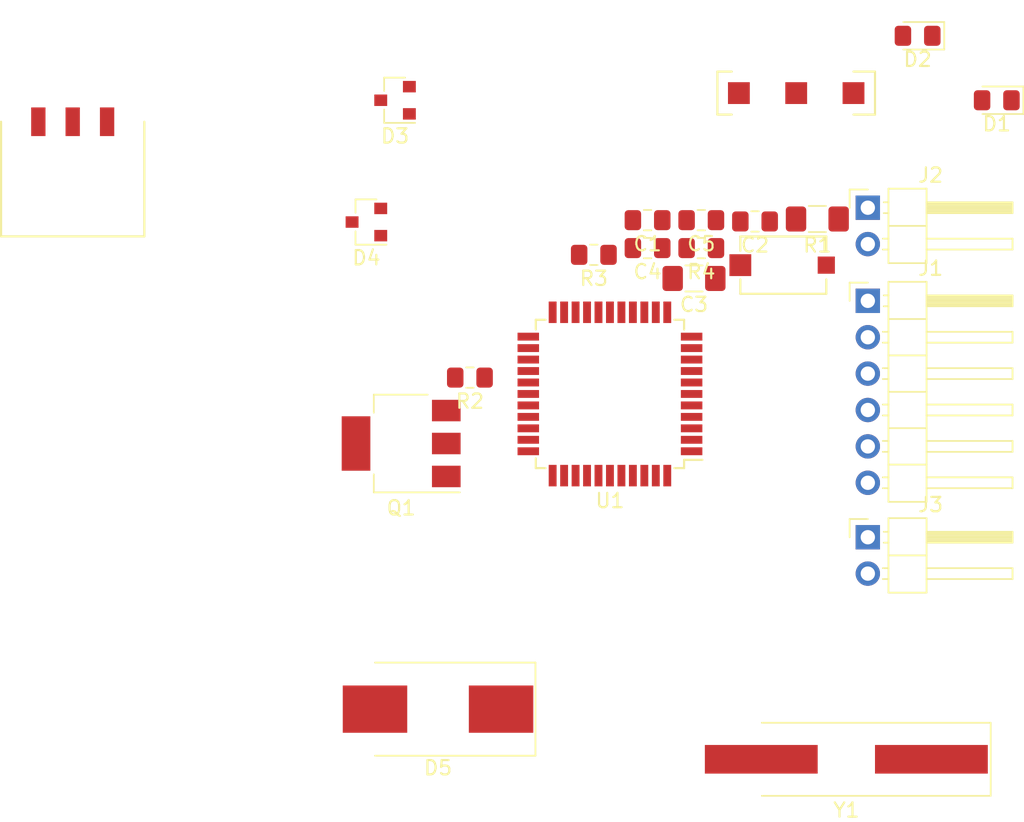
<source format=kicad_pcb>
(kicad_pcb (version 20171130) (host pcbnew "(5.0.2)-1")

  (general
    (thickness 1.6)
    (drawings 0)
    (tracks 0)
    (zones 0)
    (modules 23)
    (nets 49)
  )

  (page A4)
  (layers
    (0 F.Cu signal)
    (31 B.Cu signal)
    (32 B.Adhes user)
    (33 F.Adhes user)
    (34 B.Paste user)
    (35 F.Paste user)
    (36 B.SilkS user)
    (37 F.SilkS user)
    (38 B.Mask user)
    (39 F.Mask user)
    (40 Dwgs.User user)
    (41 Cmts.User user)
    (42 Eco1.User user)
    (43 Eco2.User user)
    (44 Edge.Cuts user)
    (45 Margin user)
    (46 B.CrtYd user)
    (47 F.CrtYd user)
    (48 B.Fab user)
    (49 F.Fab user)
  )

  (setup
    (last_trace_width 0.25)
    (trace_clearance 0.2)
    (zone_clearance 0.508)
    (zone_45_only no)
    (trace_min 0.2)
    (segment_width 0.2)
    (edge_width 0.15)
    (via_size 0.8)
    (via_drill 0.4)
    (via_min_size 0.4)
    (via_min_drill 0.3)
    (uvia_size 0.3)
    (uvia_drill 0.1)
    (uvias_allowed no)
    (uvia_min_size 0.2)
    (uvia_min_drill 0.1)
    (pcb_text_width 0.3)
    (pcb_text_size 1.5 1.5)
    (mod_edge_width 0.15)
    (mod_text_size 1 1)
    (mod_text_width 0.15)
    (pad_size 1.524 1.524)
    (pad_drill 0.762)
    (pad_to_mask_clearance 0.051)
    (solder_mask_min_width 0.25)
    (aux_axis_origin 90 40)
    (visible_elements 7FFFFFFF)
    (pcbplotparams
      (layerselection 0x010fc_ffffffff)
      (usegerberextensions false)
      (usegerberattributes false)
      (usegerberadvancedattributes false)
      (creategerberjobfile false)
      (excludeedgelayer true)
      (linewidth 0.100000)
      (plotframeref false)
      (viasonmask false)
      (mode 1)
      (useauxorigin false)
      (hpglpennumber 1)
      (hpglpenspeed 20)
      (hpglpendiameter 15.000000)
      (psnegative false)
      (psa4output false)
      (plotreference true)
      (plotvalue true)
      (plotinvisibletext false)
      (padsonsilk false)
      (subtractmaskfromsilk false)
      (outputformat 1)
      (mirror false)
      (drillshape 1)
      (scaleselection 1)
      (outputdirectory ""))
  )

  (net 0 "")
  (net 1 GND)
  (net 2 "Net-(C1-Pad2)")
  (net 3 "Net-(C2-Pad2)")
  (net 4 "Net-(C3-Pad1)")
  (net 5 "Net-(D1-Pad2)")
  (net 6 "Net-(D1-Pad1)")
  (net 7 "Net-(D2-Pad1)")
  (net 8 "Net-(D2-Pad2)")
  (net 9 "Net-(D3-Pad1)")
  (net 10 "Net-(D3-Pad2)")
  (net 11 "Net-(D4-Pad2)")
  (net 12 "Net-(D3-Pad3)")
  (net 13 /M+)
  (net 14 "Net-(J1-Pad2)")
  (net 15 "Net-(J1-Pad3)")
  (net 16 "Net-(J1-Pad4)")
  (net 17 /~RESET)
  (net 18 +5V)
  (net 19 "Net-(J2-Pad1)")
  (net 20 "Net-(J2-Pad2)")
  (net 21 "Net-(Q1-Pad1)")
  (net 22 "Net-(R4-Pad2)")
  (net 23 +BATT)
  (net 24 "Net-(SW3-Pad1)")
  (net 25 "Net-(U1-Pad11)")
  (net 26 "Net-(U1-Pad12)")
  (net 27 "Net-(U1-Pad13)")
  (net 28 "Net-(U1-Pad14)")
  (net 29 "Net-(U1-Pad15)")
  (net 30 "Net-(U1-Pad16)")
  (net 31 "Net-(U1-Pad19)")
  (net 32 "Net-(U1-Pad20)")
  (net 33 "Net-(U1-Pad21)")
  (net 34 "Net-(U1-Pad22)")
  (net 35 "Net-(U1-Pad23)")
  (net 36 "Net-(U1-Pad24)")
  (net 37 "Net-(U1-Pad25)")
  (net 38 "Net-(U1-Pad26)")
  (net 39 "Net-(U1-Pad29)")
  (net 40 "Net-(U1-Pad33)")
  (net 41 "Net-(U1-Pad34)")
  (net 42 "Net-(U1-Pad35)")
  (net 43 "Net-(U1-Pad37)")
  (net 44 "Net-(U1-Pad40)")
  (net 45 "Net-(U1-Pad41)")
  (net 46 "Net-(U1-Pad42)")
  (net 47 "Net-(U1-Pad43)")
  (net 48 "Net-(U1-Pad44)")

  (net_class Default "To jest domyślna klasa połączeń."
    (clearance 0.2)
    (trace_width 0.25)
    (via_dia 0.8)
    (via_drill 0.4)
    (uvia_dia 0.3)
    (uvia_drill 0.1)
    (add_net +5V)
    (add_net +BATT)
    (add_net /M+)
    (add_net /~RESET)
    (add_net GND)
    (add_net "Net-(C1-Pad2)")
    (add_net "Net-(C2-Pad2)")
    (add_net "Net-(C3-Pad1)")
    (add_net "Net-(D1-Pad1)")
    (add_net "Net-(D1-Pad2)")
    (add_net "Net-(D2-Pad1)")
    (add_net "Net-(D2-Pad2)")
    (add_net "Net-(D3-Pad1)")
    (add_net "Net-(D3-Pad2)")
    (add_net "Net-(D3-Pad3)")
    (add_net "Net-(D4-Pad2)")
    (add_net "Net-(J1-Pad2)")
    (add_net "Net-(J1-Pad3)")
    (add_net "Net-(J1-Pad4)")
    (add_net "Net-(J2-Pad1)")
    (add_net "Net-(J2-Pad2)")
    (add_net "Net-(Q1-Pad1)")
    (add_net "Net-(R4-Pad2)")
    (add_net "Net-(SW3-Pad1)")
    (add_net "Net-(U1-Pad11)")
    (add_net "Net-(U1-Pad12)")
    (add_net "Net-(U1-Pad13)")
    (add_net "Net-(U1-Pad14)")
    (add_net "Net-(U1-Pad15)")
    (add_net "Net-(U1-Pad16)")
    (add_net "Net-(U1-Pad19)")
    (add_net "Net-(U1-Pad20)")
    (add_net "Net-(U1-Pad21)")
    (add_net "Net-(U1-Pad22)")
    (add_net "Net-(U1-Pad23)")
    (add_net "Net-(U1-Pad24)")
    (add_net "Net-(U1-Pad25)")
    (add_net "Net-(U1-Pad26)")
    (add_net "Net-(U1-Pad29)")
    (add_net "Net-(U1-Pad33)")
    (add_net "Net-(U1-Pad34)")
    (add_net "Net-(U1-Pad35)")
    (add_net "Net-(U1-Pad37)")
    (add_net "Net-(U1-Pad40)")
    (add_net "Net-(U1-Pad41)")
    (add_net "Net-(U1-Pad42)")
    (add_net "Net-(U1-Pad43)")
    (add_net "Net-(U1-Pad44)")
  )

  (module Resistor_SMD:R_0805_2012Metric_Pad1.15x1.40mm_HandSolder (layer F.Cu) (tedit 5B36C52B) (tstamp 5CE49132)
    (at 194.625555 88.868811 180)
    (descr "Resistor SMD 0805 (2012 Metric), square (rectangular) end terminal, IPC_7351 nominal with elongated pad for handsoldering. (Body size source: https://docs.google.com/spreadsheets/d/1BsfQQcO9C6DZCsRaXUlFlo91Tg2WpOkGARC1WS5S8t0/edit?usp=sharing), generated with kicad-footprint-generator")
    (tags "resistor handsolder")
    (path /5C46250B)
    (attr smd)
    (fp_text reference C1 (at 0 -1.65 180) (layer F.SilkS)
      (effects (font (size 1 1) (thickness 0.15)))
    )
    (fp_text value 22p (at 0 1.65 180) (layer F.Fab)
      (effects (font (size 1 1) (thickness 0.15)))
    )
    (fp_line (start -1 0.6) (end -1 -0.6) (layer F.Fab) (width 0.1))
    (fp_line (start -1 -0.6) (end 1 -0.6) (layer F.Fab) (width 0.1))
    (fp_line (start 1 -0.6) (end 1 0.6) (layer F.Fab) (width 0.1))
    (fp_line (start 1 0.6) (end -1 0.6) (layer F.Fab) (width 0.1))
    (fp_line (start -0.261252 -0.71) (end 0.261252 -0.71) (layer F.SilkS) (width 0.12))
    (fp_line (start -0.261252 0.71) (end 0.261252 0.71) (layer F.SilkS) (width 0.12))
    (fp_line (start -1.85 0.95) (end -1.85 -0.95) (layer F.CrtYd) (width 0.05))
    (fp_line (start -1.85 -0.95) (end 1.85 -0.95) (layer F.CrtYd) (width 0.05))
    (fp_line (start 1.85 -0.95) (end 1.85 0.95) (layer F.CrtYd) (width 0.05))
    (fp_line (start 1.85 0.95) (end -1.85 0.95) (layer F.CrtYd) (width 0.05))
    (fp_text user %R (at 0 0 180) (layer F.Fab)
      (effects (font (size 0.5 0.5) (thickness 0.08)))
    )
    (pad 1 smd roundrect (at -1.025 0 180) (size 1.15 1.4) (layers F.Cu F.Paste F.Mask) (roundrect_rratio 0.217391)
      (net 1 GND))
    (pad 2 smd roundrect (at 1.025 0 180) (size 1.15 1.4) (layers F.Cu F.Paste F.Mask) (roundrect_rratio 0.217391)
      (net 2 "Net-(C1-Pad2)"))
    (model ${KISYS3DMOD}/Resistor_SMD.3dshapes/R_0805_2012Metric.wrl
      (at (xyz 0 0 0))
      (scale (xyz 1 1 1))
      (rotate (xyz 0 0 0))
    )
  )

  (module Resistor_SMD:R_0805_2012Metric_Pad1.15x1.40mm_HandSolder (layer F.Cu) (tedit 5B36C52B) (tstamp 5CE49143)
    (at 202.125555 88.958811 180)
    (descr "Resistor SMD 0805 (2012 Metric), square (rectangular) end terminal, IPC_7351 nominal with elongated pad for handsoldering. (Body size source: https://docs.google.com/spreadsheets/d/1BsfQQcO9C6DZCsRaXUlFlo91Tg2WpOkGARC1WS5S8t0/edit?usp=sharing), generated with kicad-footprint-generator")
    (tags "resistor handsolder")
    (path /5C4625EF)
    (attr smd)
    (fp_text reference C2 (at 0 -1.65 180) (layer F.SilkS)
      (effects (font (size 1 1) (thickness 0.15)))
    )
    (fp_text value 22p (at 0 1.65 180) (layer F.Fab)
      (effects (font (size 1 1) (thickness 0.15)))
    )
    (fp_line (start -1 0.6) (end -1 -0.6) (layer F.Fab) (width 0.1))
    (fp_line (start -1 -0.6) (end 1 -0.6) (layer F.Fab) (width 0.1))
    (fp_line (start 1 -0.6) (end 1 0.6) (layer F.Fab) (width 0.1))
    (fp_line (start 1 0.6) (end -1 0.6) (layer F.Fab) (width 0.1))
    (fp_line (start -0.261252 -0.71) (end 0.261252 -0.71) (layer F.SilkS) (width 0.12))
    (fp_line (start -0.261252 0.71) (end 0.261252 0.71) (layer F.SilkS) (width 0.12))
    (fp_line (start -1.85 0.95) (end -1.85 -0.95) (layer F.CrtYd) (width 0.05))
    (fp_line (start -1.85 -0.95) (end 1.85 -0.95) (layer F.CrtYd) (width 0.05))
    (fp_line (start 1.85 -0.95) (end 1.85 0.95) (layer F.CrtYd) (width 0.05))
    (fp_line (start 1.85 0.95) (end -1.85 0.95) (layer F.CrtYd) (width 0.05))
    (fp_text user %R (at 0 0 180) (layer F.Fab)
      (effects (font (size 0.5 0.5) (thickness 0.08)))
    )
    (pad 1 smd roundrect (at -1.025 0 180) (size 1.15 1.4) (layers F.Cu F.Paste F.Mask) (roundrect_rratio 0.217391)
      (net 1 GND))
    (pad 2 smd roundrect (at 1.025 0 180) (size 1.15 1.4) (layers F.Cu F.Paste F.Mask) (roundrect_rratio 0.217391)
      (net 3 "Net-(C2-Pad2)"))
    (model ${KISYS3DMOD}/Resistor_SMD.3dshapes/R_0805_2012Metric.wrl
      (at (xyz 0 0 0))
      (scale (xyz 1 1 1))
      (rotate (xyz 0 0 0))
    )
  )

  (module Resistor_SMD:R_1206_3216Metric_Pad1.42x1.75mm_HandSolder (layer F.Cu) (tedit 5B301BBD) (tstamp 5CE49154)
    (at 197.865555 92.938811 180)
    (descr "Resistor SMD 1206 (3216 Metric), square (rectangular) end terminal, IPC_7351 nominal with elongated pad for handsoldering. (Body size source: http://www.tortai-tech.com/upload/download/2011102023233369053.pdf), generated with kicad-footprint-generator")
    (tags "resistor handsolder")
    (path /5C4649B7)
    (attr smd)
    (fp_text reference C3 (at 0 -1.82 180) (layer F.SilkS)
      (effects (font (size 1 1) (thickness 0.15)))
    )
    (fp_text value 22u (at 0 1.82 180) (layer F.Fab)
      (effects (font (size 1 1) (thickness 0.15)))
    )
    (fp_text user %R (at 0 0 180) (layer F.Fab)
      (effects (font (size 0.8 0.8) (thickness 0.12)))
    )
    (fp_line (start 2.45 1.12) (end -2.45 1.12) (layer F.CrtYd) (width 0.05))
    (fp_line (start 2.45 -1.12) (end 2.45 1.12) (layer F.CrtYd) (width 0.05))
    (fp_line (start -2.45 -1.12) (end 2.45 -1.12) (layer F.CrtYd) (width 0.05))
    (fp_line (start -2.45 1.12) (end -2.45 -1.12) (layer F.CrtYd) (width 0.05))
    (fp_line (start -0.602064 0.91) (end 0.602064 0.91) (layer F.SilkS) (width 0.12))
    (fp_line (start -0.602064 -0.91) (end 0.602064 -0.91) (layer F.SilkS) (width 0.12))
    (fp_line (start 1.6 0.8) (end -1.6 0.8) (layer F.Fab) (width 0.1))
    (fp_line (start 1.6 -0.8) (end 1.6 0.8) (layer F.Fab) (width 0.1))
    (fp_line (start -1.6 -0.8) (end 1.6 -0.8) (layer F.Fab) (width 0.1))
    (fp_line (start -1.6 0.8) (end -1.6 -0.8) (layer F.Fab) (width 0.1))
    (pad 2 smd roundrect (at 1.4875 0 180) (size 1.425 1.75) (layers F.Cu F.Paste F.Mask) (roundrect_rratio 0.175439)
      (net 1 GND))
    (pad 1 smd roundrect (at -1.4875 0 180) (size 1.425 1.75) (layers F.Cu F.Paste F.Mask) (roundrect_rratio 0.175439)
      (net 4 "Net-(C3-Pad1)"))
    (model ${KISYS3DMOD}/Resistor_SMD.3dshapes/R_1206_3216Metric.wrl
      (at (xyz 0 0 0))
      (scale (xyz 1 1 1))
      (rotate (xyz 0 0 0))
    )
  )

  (module Resistor_SMD:R_0805_2012Metric_Pad1.15x1.40mm_HandSolder (layer F.Cu) (tedit 5B36C52B) (tstamp 5CE49165)
    (at 194.625555 90.818811 180)
    (descr "Resistor SMD 0805 (2012 Metric), square (rectangular) end terminal, IPC_7351 nominal with elongated pad for handsoldering. (Body size source: https://docs.google.com/spreadsheets/d/1BsfQQcO9C6DZCsRaXUlFlo91Tg2WpOkGARC1WS5S8t0/edit?usp=sharing), generated with kicad-footprint-generator")
    (tags "resistor handsolder")
    (path /5C4636FC)
    (attr smd)
    (fp_text reference C4 (at 0 -1.65 180) (layer F.SilkS)
      (effects (font (size 1 1) (thickness 0.15)))
    )
    (fp_text value 100n (at 0 1.65 180) (layer F.Fab)
      (effects (font (size 1 1) (thickness 0.15)))
    )
    (fp_text user %R (at 0 0 180) (layer F.Fab)
      (effects (font (size 0.5 0.5) (thickness 0.08)))
    )
    (fp_line (start 1.85 0.95) (end -1.85 0.95) (layer F.CrtYd) (width 0.05))
    (fp_line (start 1.85 -0.95) (end 1.85 0.95) (layer F.CrtYd) (width 0.05))
    (fp_line (start -1.85 -0.95) (end 1.85 -0.95) (layer F.CrtYd) (width 0.05))
    (fp_line (start -1.85 0.95) (end -1.85 -0.95) (layer F.CrtYd) (width 0.05))
    (fp_line (start -0.261252 0.71) (end 0.261252 0.71) (layer F.SilkS) (width 0.12))
    (fp_line (start -0.261252 -0.71) (end 0.261252 -0.71) (layer F.SilkS) (width 0.12))
    (fp_line (start 1 0.6) (end -1 0.6) (layer F.Fab) (width 0.1))
    (fp_line (start 1 -0.6) (end 1 0.6) (layer F.Fab) (width 0.1))
    (fp_line (start -1 -0.6) (end 1 -0.6) (layer F.Fab) (width 0.1))
    (fp_line (start -1 0.6) (end -1 -0.6) (layer F.Fab) (width 0.1))
    (pad 2 smd roundrect (at 1.025 0 180) (size 1.15 1.4) (layers F.Cu F.Paste F.Mask) (roundrect_rratio 0.217391)
      (net 4 "Net-(C3-Pad1)"))
    (pad 1 smd roundrect (at -1.025 0 180) (size 1.15 1.4) (layers F.Cu F.Paste F.Mask) (roundrect_rratio 0.217391)
      (net 1 GND))
    (model ${KISYS3DMOD}/Resistor_SMD.3dshapes/R_0805_2012Metric.wrl
      (at (xyz 0 0 0))
      (scale (xyz 1 1 1))
      (rotate (xyz 0 0 0))
    )
  )

  (module Resistor_SMD:R_0805_2012Metric_Pad1.15x1.40mm_HandSolder (layer F.Cu) (tedit 5B36C52B) (tstamp 5CE49176)
    (at 198.375555 88.868811 180)
    (descr "Resistor SMD 0805 (2012 Metric), square (rectangular) end terminal, IPC_7351 nominal with elongated pad for handsoldering. (Body size source: https://docs.google.com/spreadsheets/d/1BsfQQcO9C6DZCsRaXUlFlo91Tg2WpOkGARC1WS5S8t0/edit?usp=sharing), generated with kicad-footprint-generator")
    (tags "resistor handsolder")
    (path /5C463759)
    (attr smd)
    (fp_text reference C5 (at 0 -1.65 180) (layer F.SilkS)
      (effects (font (size 1 1) (thickness 0.15)))
    )
    (fp_text value 100n (at 0 1.65 180) (layer F.Fab)
      (effects (font (size 1 1) (thickness 0.15)))
    )
    (fp_text user %R (at 0 0 180) (layer F.Fab)
      (effects (font (size 0.5 0.5) (thickness 0.08)))
    )
    (fp_line (start 1.85 0.95) (end -1.85 0.95) (layer F.CrtYd) (width 0.05))
    (fp_line (start 1.85 -0.95) (end 1.85 0.95) (layer F.CrtYd) (width 0.05))
    (fp_line (start -1.85 -0.95) (end 1.85 -0.95) (layer F.CrtYd) (width 0.05))
    (fp_line (start -1.85 0.95) (end -1.85 -0.95) (layer F.CrtYd) (width 0.05))
    (fp_line (start -0.261252 0.71) (end 0.261252 0.71) (layer F.SilkS) (width 0.12))
    (fp_line (start -0.261252 -0.71) (end 0.261252 -0.71) (layer F.SilkS) (width 0.12))
    (fp_line (start 1 0.6) (end -1 0.6) (layer F.Fab) (width 0.1))
    (fp_line (start 1 -0.6) (end 1 0.6) (layer F.Fab) (width 0.1))
    (fp_line (start -1 -0.6) (end 1 -0.6) (layer F.Fab) (width 0.1))
    (fp_line (start -1 0.6) (end -1 -0.6) (layer F.Fab) (width 0.1))
    (pad 2 smd roundrect (at 1.025 0 180) (size 1.15 1.4) (layers F.Cu F.Paste F.Mask) (roundrect_rratio 0.217391)
      (net 4 "Net-(C3-Pad1)"))
    (pad 1 smd roundrect (at -1.025 0 180) (size 1.15 1.4) (layers F.Cu F.Paste F.Mask) (roundrect_rratio 0.217391)
      (net 1 GND))
    (model ${KISYS3DMOD}/Resistor_SMD.3dshapes/R_0805_2012Metric.wrl
      (at (xyz 0 0 0))
      (scale (xyz 1 1 1))
      (rotate (xyz 0 0 0))
    )
  )

  (module LED_SMD:LED_0805_2012Metric_Pad1.15x1.40mm_HandSolder (layer F.Cu) (tedit 5B4B45C9) (tstamp 5CE49189)
    (at 219 80.5 180)
    (descr "LED SMD 0805 (2012 Metric), square (rectangular) end terminal, IPC_7351 nominal, (Body size source: https://docs.google.com/spreadsheets/d/1BsfQQcO9C6DZCsRaXUlFlo91Tg2WpOkGARC1WS5S8t0/edit?usp=sharing), generated with kicad-footprint-generator")
    (tags "LED handsolder")
    (path /5C46AD33)
    (attr smd)
    (fp_text reference D1 (at 0 -1.65 180) (layer F.SilkS)
      (effects (font (size 1 1) (thickness 0.15)))
    )
    (fp_text value LED (at 0 1.65 180) (layer F.Fab)
      (effects (font (size 1 1) (thickness 0.15)))
    )
    (fp_text user %R (at 0 0 180) (layer F.Fab)
      (effects (font (size 0.5 0.5) (thickness 0.08)))
    )
    (fp_line (start 1.85 0.95) (end -1.85 0.95) (layer F.CrtYd) (width 0.05))
    (fp_line (start 1.85 -0.95) (end 1.85 0.95) (layer F.CrtYd) (width 0.05))
    (fp_line (start -1.85 -0.95) (end 1.85 -0.95) (layer F.CrtYd) (width 0.05))
    (fp_line (start -1.85 0.95) (end -1.85 -0.95) (layer F.CrtYd) (width 0.05))
    (fp_line (start -1.86 0.96) (end 1 0.96) (layer F.SilkS) (width 0.12))
    (fp_line (start -1.86 -0.96) (end -1.86 0.96) (layer F.SilkS) (width 0.12))
    (fp_line (start 1 -0.96) (end -1.86 -0.96) (layer F.SilkS) (width 0.12))
    (fp_line (start 1 0.6) (end 1 -0.6) (layer F.Fab) (width 0.1))
    (fp_line (start -1 0.6) (end 1 0.6) (layer F.Fab) (width 0.1))
    (fp_line (start -1 -0.3) (end -1 0.6) (layer F.Fab) (width 0.1))
    (fp_line (start -0.7 -0.6) (end -1 -0.3) (layer F.Fab) (width 0.1))
    (fp_line (start 1 -0.6) (end -0.7 -0.6) (layer F.Fab) (width 0.1))
    (pad 2 smd roundrect (at 1.025 0 180) (size 1.15 1.4) (layers F.Cu F.Paste F.Mask) (roundrect_rratio 0.217391)
      (net 5 "Net-(D1-Pad2)"))
    (pad 1 smd roundrect (at -1.025 0 180) (size 1.15 1.4) (layers F.Cu F.Paste F.Mask) (roundrect_rratio 0.217391)
      (net 6 "Net-(D1-Pad1)"))
    (model ${KISYS3DMOD}/LED_SMD.3dshapes/LED_0805_2012Metric.wrl
      (at (xyz 0 0 0))
      (scale (xyz 1 1 1))
      (rotate (xyz 0 0 0))
    )
  )

  (module LED_SMD:LED_0805_2012Metric_Pad1.15x1.40mm_HandSolder (layer F.Cu) (tedit 5B4B45C9) (tstamp 5CE4919C)
    (at 213.475 76 180)
    (descr "LED SMD 0805 (2012 Metric), square (rectangular) end terminal, IPC_7351 nominal, (Body size source: https://docs.google.com/spreadsheets/d/1BsfQQcO9C6DZCsRaXUlFlo91Tg2WpOkGARC1WS5S8t0/edit?usp=sharing), generated with kicad-footprint-generator")
    (tags "LED handsolder")
    (path /5C46AE3D)
    (attr smd)
    (fp_text reference D2 (at 0 -1.65 180) (layer F.SilkS)
      (effects (font (size 1 1) (thickness 0.15)))
    )
    (fp_text value LED (at 0 1.65 180) (layer F.Fab)
      (effects (font (size 1 1) (thickness 0.15)))
    )
    (fp_line (start 1 -0.6) (end -0.7 -0.6) (layer F.Fab) (width 0.1))
    (fp_line (start -0.7 -0.6) (end -1 -0.3) (layer F.Fab) (width 0.1))
    (fp_line (start -1 -0.3) (end -1 0.6) (layer F.Fab) (width 0.1))
    (fp_line (start -1 0.6) (end 1 0.6) (layer F.Fab) (width 0.1))
    (fp_line (start 1 0.6) (end 1 -0.6) (layer F.Fab) (width 0.1))
    (fp_line (start 1 -0.96) (end -1.86 -0.96) (layer F.SilkS) (width 0.12))
    (fp_line (start -1.86 -0.96) (end -1.86 0.96) (layer F.SilkS) (width 0.12))
    (fp_line (start -1.86 0.96) (end 1 0.96) (layer F.SilkS) (width 0.12))
    (fp_line (start -1.85 0.95) (end -1.85 -0.95) (layer F.CrtYd) (width 0.05))
    (fp_line (start -1.85 -0.95) (end 1.85 -0.95) (layer F.CrtYd) (width 0.05))
    (fp_line (start 1.85 -0.95) (end 1.85 0.95) (layer F.CrtYd) (width 0.05))
    (fp_line (start 1.85 0.95) (end -1.85 0.95) (layer F.CrtYd) (width 0.05))
    (fp_text user %R (at 0 0 180) (layer F.Fab)
      (effects (font (size 0.5 0.5) (thickness 0.08)))
    )
    (pad 1 smd roundrect (at -1.025 0 180) (size 1.15 1.4) (layers F.Cu F.Paste F.Mask) (roundrect_rratio 0.217391)
      (net 7 "Net-(D2-Pad1)"))
    (pad 2 smd roundrect (at 1.025 0 180) (size 1.15 1.4) (layers F.Cu F.Paste F.Mask) (roundrect_rratio 0.217391)
      (net 8 "Net-(D2-Pad2)"))
    (model ${KISYS3DMOD}/LED_SMD.3dshapes/LED_0805_2012Metric.wrl
      (at (xyz 0 0 0))
      (scale (xyz 1 1 1))
      (rotate (xyz 0 0 0))
    )
  )

  (module Diode_SMD:D_SOT-23_NKA (layer F.Cu) (tedit 587CCEF9) (tstamp 5CE491B6)
    (at 177 80.5 180)
    (descr "SOT-23, Single Diode")
    (tags SOT-23)
    (path /5C472630)
    (attr smd)
    (fp_text reference D3 (at 0 -2.5 180) (layer F.SilkS)
      (effects (font (size 1 1) (thickness 0.15)))
    )
    (fp_text value D_Schottky (at 0 2.5 180) (layer F.Fab)
      (effects (font (size 1 1) (thickness 0.15)))
    )
    (fp_text user %R (at 0 -2.5 180) (layer F.Fab)
      (effects (font (size 1 1) (thickness 0.15)))
    )
    (fp_line (start 0.15 0.45) (end 0.4 0.45) (layer F.Fab) (width 0.1))
    (fp_line (start 0.15 0.25) (end -0.15 0.45) (layer F.Fab) (width 0.1))
    (fp_line (start 0.15 0.65) (end 0.15 0.25) (layer F.Fab) (width 0.1))
    (fp_line (start -0.15 0.45) (end 0.15 0.65) (layer F.Fab) (width 0.1))
    (fp_line (start -0.15 0.45) (end -0.4 0.45) (layer F.Fab) (width 0.1))
    (fp_line (start -0.15 0.65) (end -0.15 0.25) (layer F.Fab) (width 0.1))
    (fp_line (start 0.76 1.58) (end 0.76 0.65) (layer F.SilkS) (width 0.12))
    (fp_line (start 0.76 -1.58) (end 0.76 -0.65) (layer F.SilkS) (width 0.12))
    (fp_line (start 0.7 -1.52) (end 0.7 1.52) (layer F.Fab) (width 0.1))
    (fp_line (start -0.7 1.52) (end 0.7 1.52) (layer F.Fab) (width 0.1))
    (fp_line (start -1.7 -1.75) (end 1.7 -1.75) (layer F.CrtYd) (width 0.05))
    (fp_line (start 1.7 -1.75) (end 1.7 1.75) (layer F.CrtYd) (width 0.05))
    (fp_line (start 1.7 1.75) (end -1.7 1.75) (layer F.CrtYd) (width 0.05))
    (fp_line (start -1.7 1.75) (end -1.7 -1.75) (layer F.CrtYd) (width 0.05))
    (fp_line (start 0.76 -1.58) (end -1.4 -1.58) (layer F.SilkS) (width 0.12))
    (fp_line (start -0.7 -1.52) (end 0.7 -1.52) (layer F.Fab) (width 0.1))
    (fp_line (start -0.7 -1.52) (end -0.7 1.52) (layer F.Fab) (width 0.1))
    (fp_line (start 0.76 1.58) (end -0.7 1.58) (layer F.SilkS) (width 0.12))
    (pad "" smd rect (at -1 -0.95 180) (size 0.9 0.8) (layers F.Cu F.Paste F.Mask))
    (pad 1 smd rect (at -1 0.95 180) (size 0.9 0.8) (layers F.Cu F.Paste F.Mask)
      (net 9 "Net-(D3-Pad1)"))
    (pad 2 smd rect (at 1 0 180) (size 0.9 0.8) (layers F.Cu F.Paste F.Mask)
      (net 10 "Net-(D3-Pad2)"))
    (model ${KISYS3DMOD}/Diode_SMD.3dshapes/D_SOT-23.wrl
      (at (xyz 0 0 0))
      (scale (xyz 1 1 1))
      (rotate (xyz 0 0 0))
    )
  )

  (module Diode_SMD:D_SOT-23_NKA (layer F.Cu) (tedit 587CCEF9) (tstamp 5CE491D0)
    (at 175 89 180)
    (descr "SOT-23, Single Diode")
    (tags SOT-23)
    (path /5C473502)
    (attr smd)
    (fp_text reference D4 (at 0 -2.5 180) (layer F.SilkS)
      (effects (font (size 1 1) (thickness 0.15)))
    )
    (fp_text value D_Schottky (at 0 2.5 180) (layer F.Fab)
      (effects (font (size 1 1) (thickness 0.15)))
    )
    (fp_line (start 0.76 1.58) (end -0.7 1.58) (layer F.SilkS) (width 0.12))
    (fp_line (start -0.7 -1.52) (end -0.7 1.52) (layer F.Fab) (width 0.1))
    (fp_line (start -0.7 -1.52) (end 0.7 -1.52) (layer F.Fab) (width 0.1))
    (fp_line (start 0.76 -1.58) (end -1.4 -1.58) (layer F.SilkS) (width 0.12))
    (fp_line (start -1.7 1.75) (end -1.7 -1.75) (layer F.CrtYd) (width 0.05))
    (fp_line (start 1.7 1.75) (end -1.7 1.75) (layer F.CrtYd) (width 0.05))
    (fp_line (start 1.7 -1.75) (end 1.7 1.75) (layer F.CrtYd) (width 0.05))
    (fp_line (start -1.7 -1.75) (end 1.7 -1.75) (layer F.CrtYd) (width 0.05))
    (fp_line (start -0.7 1.52) (end 0.7 1.52) (layer F.Fab) (width 0.1))
    (fp_line (start 0.7 -1.52) (end 0.7 1.52) (layer F.Fab) (width 0.1))
    (fp_line (start 0.76 -1.58) (end 0.76 -0.65) (layer F.SilkS) (width 0.12))
    (fp_line (start 0.76 1.58) (end 0.76 0.65) (layer F.SilkS) (width 0.12))
    (fp_line (start -0.15 0.65) (end -0.15 0.25) (layer F.Fab) (width 0.1))
    (fp_line (start -0.15 0.45) (end -0.4 0.45) (layer F.Fab) (width 0.1))
    (fp_line (start -0.15 0.45) (end 0.15 0.65) (layer F.Fab) (width 0.1))
    (fp_line (start 0.15 0.65) (end 0.15 0.25) (layer F.Fab) (width 0.1))
    (fp_line (start 0.15 0.25) (end -0.15 0.45) (layer F.Fab) (width 0.1))
    (fp_line (start 0.15 0.45) (end 0.4 0.45) (layer F.Fab) (width 0.1))
    (fp_text user %R (at 0 -2.5 180) (layer F.Fab)
      (effects (font (size 1 1) (thickness 0.15)))
    )
    (pad 2 smd rect (at 1 0 180) (size 0.9 0.8) (layers F.Cu F.Paste F.Mask)
      (net 11 "Net-(D4-Pad2)"))
    (pad 1 smd rect (at -1 0.95 180) (size 0.9 0.8) (layers F.Cu F.Paste F.Mask)
      (net 12 "Net-(D3-Pad3)"))
    (pad "" smd rect (at -1 -0.95 180) (size 0.9 0.8) (layers F.Cu F.Paste F.Mask))
    (model ${KISYS3DMOD}/Diode_SMD.3dshapes/D_SOT-23.wrl
      (at (xyz 0 0 0))
      (scale (xyz 1 1 1))
      (rotate (xyz 0 0 0))
    )
  )

  (module Diode_SMD:D_SMC_Handsoldering (layer F.Cu) (tedit 58642B03) (tstamp 5CE491E8)
    (at 180 123 180)
    (descr "Diode SMC (DO-214AB) Handsoldering")
    (tags "Diode SMC (DO-214AB) Handsoldering")
    (path /5C474305)
    (attr smd)
    (fp_text reference D5 (at 0 -4.1 180) (layer F.SilkS)
      (effects (font (size 1 1) (thickness 0.15)))
    )
    (fp_text value D (at 0 4.2 180) (layer F.Fab)
      (effects (font (size 1 1) (thickness 0.15)))
    )
    (fp_text user %R (at 0 -1.5 180) (layer F.Fab)
      (effects (font (size 1 1) (thickness 0.15)))
    )
    (fp_line (start -6.8 3.25) (end -6.8 -3.25) (layer F.SilkS) (width 0.12))
    (fp_line (start 3.55 3.1) (end -3.55 3.1) (layer F.Fab) (width 0.1))
    (fp_line (start -3.55 3.1) (end -3.55 -3.1) (layer F.Fab) (width 0.1))
    (fp_line (start 3.55 -3.1) (end 3.55 3.1) (layer F.Fab) (width 0.1))
    (fp_line (start 3.55 -3.1) (end -3.55 -3.1) (layer F.Fab) (width 0.1))
    (fp_line (start -6.9 -3.35) (end 6.9 -3.35) (layer F.CrtYd) (width 0.05))
    (fp_line (start 6.9 -3.35) (end 6.9 3.35) (layer F.CrtYd) (width 0.05))
    (fp_line (start 6.9 3.35) (end -6.9 3.35) (layer F.CrtYd) (width 0.05))
    (fp_line (start -6.9 3.35) (end -6.9 -3.35) (layer F.CrtYd) (width 0.05))
    (fp_line (start -0.64944 0.00102) (end -1.55114 0.00102) (layer F.Fab) (width 0.1))
    (fp_line (start 0.50118 0.00102) (end 1.4994 0.00102) (layer F.Fab) (width 0.1))
    (fp_line (start -0.64944 -0.79908) (end -0.64944 0.80112) (layer F.Fab) (width 0.1))
    (fp_line (start 0.50118 0.75032) (end 0.50118 -0.79908) (layer F.Fab) (width 0.1))
    (fp_line (start -0.64944 0.00102) (end 0.50118 0.75032) (layer F.Fab) (width 0.1))
    (fp_line (start -0.64944 0.00102) (end 0.50118 -0.79908) (layer F.Fab) (width 0.1))
    (fp_line (start -6.8 3.25) (end 4.4 3.25) (layer F.SilkS) (width 0.12))
    (fp_line (start -6.8 -3.25) (end 4.4 -3.25) (layer F.SilkS) (width 0.12))
    (pad 1 smd rect (at -4.4 0 270) (size 3.3 4.5) (layers F.Cu F.Paste F.Mask)
      (net 13 /M+))
    (pad 2 smd rect (at 4.4 0 270) (size 3.3 4.5) (layers F.Cu F.Paste F.Mask)
      (net 1 GND))
    (model ${KISYS3DMOD}/Diode_SMD.3dshapes/D_SMC.wrl
      (at (xyz 0 0 0))
      (scale (xyz 1 1 1))
      (rotate (xyz 0 0 0))
    )
  )

  (module Connector_PinHeader_2.54mm:PinHeader_1x06_P2.54mm_Horizontal (layer F.Cu) (tedit 59FED5CB) (tstamp 5CE4924F)
    (at 210 94.5)
    (descr "Through hole angled pin header, 1x06, 2.54mm pitch, 6mm pin length, single row")
    (tags "Through hole angled pin header THT 1x06 2.54mm single row")
    (path /5C46621E)
    (fp_text reference J1 (at 4.385 -2.27) (layer F.SilkS)
      (effects (font (size 1 1) (thickness 0.15)))
    )
    (fp_text value "goldpin 1x6" (at 4.385 14.97) (layer F.Fab)
      (effects (font (size 1 1) (thickness 0.15)))
    )
    (fp_line (start 2.135 -1.27) (end 4.04 -1.27) (layer F.Fab) (width 0.1))
    (fp_line (start 4.04 -1.27) (end 4.04 13.97) (layer F.Fab) (width 0.1))
    (fp_line (start 4.04 13.97) (end 1.5 13.97) (layer F.Fab) (width 0.1))
    (fp_line (start 1.5 13.97) (end 1.5 -0.635) (layer F.Fab) (width 0.1))
    (fp_line (start 1.5 -0.635) (end 2.135 -1.27) (layer F.Fab) (width 0.1))
    (fp_line (start -0.32 -0.32) (end 1.5 -0.32) (layer F.Fab) (width 0.1))
    (fp_line (start -0.32 -0.32) (end -0.32 0.32) (layer F.Fab) (width 0.1))
    (fp_line (start -0.32 0.32) (end 1.5 0.32) (layer F.Fab) (width 0.1))
    (fp_line (start 4.04 -0.32) (end 10.04 -0.32) (layer F.Fab) (width 0.1))
    (fp_line (start 10.04 -0.32) (end 10.04 0.32) (layer F.Fab) (width 0.1))
    (fp_line (start 4.04 0.32) (end 10.04 0.32) (layer F.Fab) (width 0.1))
    (fp_line (start -0.32 2.22) (end 1.5 2.22) (layer F.Fab) (width 0.1))
    (fp_line (start -0.32 2.22) (end -0.32 2.86) (layer F.Fab) (width 0.1))
    (fp_line (start -0.32 2.86) (end 1.5 2.86) (layer F.Fab) (width 0.1))
    (fp_line (start 4.04 2.22) (end 10.04 2.22) (layer F.Fab) (width 0.1))
    (fp_line (start 10.04 2.22) (end 10.04 2.86) (layer F.Fab) (width 0.1))
    (fp_line (start 4.04 2.86) (end 10.04 2.86) (layer F.Fab) (width 0.1))
    (fp_line (start -0.32 4.76) (end 1.5 4.76) (layer F.Fab) (width 0.1))
    (fp_line (start -0.32 4.76) (end -0.32 5.4) (layer F.Fab) (width 0.1))
    (fp_line (start -0.32 5.4) (end 1.5 5.4) (layer F.Fab) (width 0.1))
    (fp_line (start 4.04 4.76) (end 10.04 4.76) (layer F.Fab) (width 0.1))
    (fp_line (start 10.04 4.76) (end 10.04 5.4) (layer F.Fab) (width 0.1))
    (fp_line (start 4.04 5.4) (end 10.04 5.4) (layer F.Fab) (width 0.1))
    (fp_line (start -0.32 7.3) (end 1.5 7.3) (layer F.Fab) (width 0.1))
    (fp_line (start -0.32 7.3) (end -0.32 7.94) (layer F.Fab) (width 0.1))
    (fp_line (start -0.32 7.94) (end 1.5 7.94) (layer F.Fab) (width 0.1))
    (fp_line (start 4.04 7.3) (end 10.04 7.3) (layer F.Fab) (width 0.1))
    (fp_line (start 10.04 7.3) (end 10.04 7.94) (layer F.Fab) (width 0.1))
    (fp_line (start 4.04 7.94) (end 10.04 7.94) (layer F.Fab) (width 0.1))
    (fp_line (start -0.32 9.84) (end 1.5 9.84) (layer F.Fab) (width 0.1))
    (fp_line (start -0.32 9.84) (end -0.32 10.48) (layer F.Fab) (width 0.1))
    (fp_line (start -0.32 10.48) (end 1.5 10.48) (layer F.Fab) (width 0.1))
    (fp_line (start 4.04 9.84) (end 10.04 9.84) (layer F.Fab) (width 0.1))
    (fp_line (start 10.04 9.84) (end 10.04 10.48) (layer F.Fab) (width 0.1))
    (fp_line (start 4.04 10.48) (end 10.04 10.48) (layer F.Fab) (width 0.1))
    (fp_line (start -0.32 12.38) (end 1.5 12.38) (layer F.Fab) (width 0.1))
    (fp_line (start -0.32 12.38) (end -0.32 13.02) (layer F.Fab) (width 0.1))
    (fp_line (start -0.32 13.02) (end 1.5 13.02) (layer F.Fab) (width 0.1))
    (fp_line (start 4.04 12.38) (end 10.04 12.38) (layer F.Fab) (width 0.1))
    (fp_line (start 10.04 12.38) (end 10.04 13.02) (layer F.Fab) (width 0.1))
    (fp_line (start 4.04 13.02) (end 10.04 13.02) (layer F.Fab) (width 0.1))
    (fp_line (start 1.44 -1.33) (end 1.44 14.03) (layer F.SilkS) (width 0.12))
    (fp_line (start 1.44 14.03) (end 4.1 14.03) (layer F.SilkS) (width 0.12))
    (fp_line (start 4.1 14.03) (end 4.1 -1.33) (layer F.SilkS) (width 0.12))
    (fp_line (start 4.1 -1.33) (end 1.44 -1.33) (layer F.SilkS) (width 0.12))
    (fp_line (start 4.1 -0.38) (end 10.1 -0.38) (layer F.SilkS) (width 0.12))
    (fp_line (start 10.1 -0.38) (end 10.1 0.38) (layer F.SilkS) (width 0.12))
    (fp_line (start 10.1 0.38) (end 4.1 0.38) (layer F.SilkS) (width 0.12))
    (fp_line (start 4.1 -0.32) (end 10.1 -0.32) (layer F.SilkS) (width 0.12))
    (fp_line (start 4.1 -0.2) (end 10.1 -0.2) (layer F.SilkS) (width 0.12))
    (fp_line (start 4.1 -0.08) (end 10.1 -0.08) (layer F.SilkS) (width 0.12))
    (fp_line (start 4.1 0.04) (end 10.1 0.04) (layer F.SilkS) (width 0.12))
    (fp_line (start 4.1 0.16) (end 10.1 0.16) (layer F.SilkS) (width 0.12))
    (fp_line (start 4.1 0.28) (end 10.1 0.28) (layer F.SilkS) (width 0.12))
    (fp_line (start 1.11 -0.38) (end 1.44 -0.38) (layer F.SilkS) (width 0.12))
    (fp_line (start 1.11 0.38) (end 1.44 0.38) (layer F.SilkS) (width 0.12))
    (fp_line (start 1.44 1.27) (end 4.1 1.27) (layer F.SilkS) (width 0.12))
    (fp_line (start 4.1 2.16) (end 10.1 2.16) (layer F.SilkS) (width 0.12))
    (fp_line (start 10.1 2.16) (end 10.1 2.92) (layer F.SilkS) (width 0.12))
    (fp_line (start 10.1 2.92) (end 4.1 2.92) (layer F.SilkS) (width 0.12))
    (fp_line (start 1.042929 2.16) (end 1.44 2.16) (layer F.SilkS) (width 0.12))
    (fp_line (start 1.042929 2.92) (end 1.44 2.92) (layer F.SilkS) (width 0.12))
    (fp_line (start 1.44 3.81) (end 4.1 3.81) (layer F.SilkS) (width 0.12))
    (fp_line (start 4.1 4.7) (end 10.1 4.7) (layer F.SilkS) (width 0.12))
    (fp_line (start 10.1 4.7) (end 10.1 5.46) (layer F.SilkS) (width 0.12))
    (fp_line (start 10.1 5.46) (end 4.1 5.46) (layer F.SilkS) (width 0.12))
    (fp_line (start 1.042929 4.7) (end 1.44 4.7) (layer F.SilkS) (width 0.12))
    (fp_line (start 1.042929 5.46) (end 1.44 5.46) (layer F.SilkS) (width 0.12))
    (fp_line (start 1.44 6.35) (end 4.1 6.35) (layer F.SilkS) (width 0.12))
    (fp_line (start 4.1 7.24) (end 10.1 7.24) (layer F.SilkS) (width 0.12))
    (fp_line (start 10.1 7.24) (end 10.1 8) (layer F.SilkS) (width 0.12))
    (fp_line (start 10.1 8) (end 4.1 8) (layer F.SilkS) (width 0.12))
    (fp_line (start 1.042929 7.24) (end 1.44 7.24) (layer F.SilkS) (width 0.12))
    (fp_line (start 1.042929 8) (end 1.44 8) (layer F.SilkS) (width 0.12))
    (fp_line (start 1.44 8.89) (end 4.1 8.89) (layer F.SilkS) (width 0.12))
    (fp_line (start 4.1 9.78) (end 10.1 9.78) (layer F.SilkS) (width 0.12))
    (fp_line (start 10.1 9.78) (end 10.1 10.54) (layer F.SilkS) (width 0.12))
    (fp_line (start 10.1 10.54) (end 4.1 10.54) (layer F.SilkS) (width 0.12))
    (fp_line (start 1.042929 9.78) (end 1.44 9.78) (layer F.SilkS) (width 0.12))
    (fp_line (start 1.042929 10.54) (end 1.44 10.54) (layer F.SilkS) (width 0.12))
    (fp_line (start 1.44 11.43) (end 4.1 11.43) (layer F.SilkS) (width 0.12))
    (fp_line (start 4.1 12.32) (end 10.1 12.32) (layer F.SilkS) (width 0.12))
    (fp_line (start 10.1 12.32) (end 10.1 13.08) (layer F.SilkS) (width 0.12))
    (fp_line (start 10.1 13.08) (end 4.1 13.08) (layer F.SilkS) (width 0.12))
    (fp_line (start 1.042929 12.32) (end 1.44 12.32) (layer F.SilkS) (width 0.12))
    (fp_line (start 1.042929 13.08) (end 1.44 13.08) (layer F.SilkS) (width 0.12))
    (fp_line (start -1.27 0) (end -1.27 -1.27) (layer F.SilkS) (width 0.12))
    (fp_line (start -1.27 -1.27) (end 0 -1.27) (layer F.SilkS) (width 0.12))
    (fp_line (start -1.8 -1.8) (end -1.8 14.5) (layer F.CrtYd) (width 0.05))
    (fp_line (start -1.8 14.5) (end 10.55 14.5) (layer F.CrtYd) (width 0.05))
    (fp_line (start 10.55 14.5) (end 10.55 -1.8) (layer F.CrtYd) (width 0.05))
    (fp_line (start 10.55 -1.8) (end -1.8 -1.8) (layer F.CrtYd) (width 0.05))
    (fp_text user %R (at 2.77 6.35 90) (layer F.Fab)
      (effects (font (size 1 1) (thickness 0.15)))
    )
    (pad 1 thru_hole rect (at 0 0) (size 1.7 1.7) (drill 1) (layers *.Cu *.Mask)
      (net 1 GND))
    (pad 2 thru_hole oval (at 0 2.54) (size 1.7 1.7) (drill 1) (layers *.Cu *.Mask)
      (net 14 "Net-(J1-Pad2)"))
    (pad 3 thru_hole oval (at 0 5.08) (size 1.7 1.7) (drill 1) (layers *.Cu *.Mask)
      (net 15 "Net-(J1-Pad3)"))
    (pad 4 thru_hole oval (at 0 7.62) (size 1.7 1.7) (drill 1) (layers *.Cu *.Mask)
      (net 16 "Net-(J1-Pad4)"))
    (pad 5 thru_hole oval (at 0 10.16) (size 1.7 1.7) (drill 1) (layers *.Cu *.Mask)
      (net 17 /~RESET))
    (pad 6 thru_hole oval (at 0 12.7) (size 1.7 1.7) (drill 1) (layers *.Cu *.Mask)
      (net 18 +5V))
    (model ${KISYS3DMOD}/Connector_PinHeader_2.54mm.3dshapes/PinHeader_1x06_P2.54mm_Horizontal.wrl
      (at (xyz 0 0 0))
      (scale (xyz 1 1 1))
      (rotate (xyz 0 0 0))
    )
  )

  (module Connector_PinHeader_2.54mm:PinHeader_1x02_P2.54mm_Horizontal (layer F.Cu) (tedit 59FED5CB) (tstamp 5CE49282)
    (at 210 88)
    (descr "Through hole angled pin header, 1x02, 2.54mm pitch, 6mm pin length, single row")
    (tags "Through hole angled pin header THT 1x02 2.54mm single row")
    (path /5C49A27B)
    (fp_text reference J2 (at 4.385 -2.27) (layer F.SilkS)
      (effects (font (size 1 1) (thickness 0.15)))
    )
    (fp_text value "goldpin 1x2" (at 4.385 4.81) (layer F.Fab)
      (effects (font (size 1 1) (thickness 0.15)))
    )
    (fp_text user %R (at 2.77 1.27 90) (layer F.Fab)
      (effects (font (size 1 1) (thickness 0.15)))
    )
    (fp_line (start 10.55 -1.8) (end -1.8 -1.8) (layer F.CrtYd) (width 0.05))
    (fp_line (start 10.55 4.35) (end 10.55 -1.8) (layer F.CrtYd) (width 0.05))
    (fp_line (start -1.8 4.35) (end 10.55 4.35) (layer F.CrtYd) (width 0.05))
    (fp_line (start -1.8 -1.8) (end -1.8 4.35) (layer F.CrtYd) (width 0.05))
    (fp_line (start -1.27 -1.27) (end 0 -1.27) (layer F.SilkS) (width 0.12))
    (fp_line (start -1.27 0) (end -1.27 -1.27) (layer F.SilkS) (width 0.12))
    (fp_line (start 1.042929 2.92) (end 1.44 2.92) (layer F.SilkS) (width 0.12))
    (fp_line (start 1.042929 2.16) (end 1.44 2.16) (layer F.SilkS) (width 0.12))
    (fp_line (start 10.1 2.92) (end 4.1 2.92) (layer F.SilkS) (width 0.12))
    (fp_line (start 10.1 2.16) (end 10.1 2.92) (layer F.SilkS) (width 0.12))
    (fp_line (start 4.1 2.16) (end 10.1 2.16) (layer F.SilkS) (width 0.12))
    (fp_line (start 1.44 1.27) (end 4.1 1.27) (layer F.SilkS) (width 0.12))
    (fp_line (start 1.11 0.38) (end 1.44 0.38) (layer F.SilkS) (width 0.12))
    (fp_line (start 1.11 -0.38) (end 1.44 -0.38) (layer F.SilkS) (width 0.12))
    (fp_line (start 4.1 0.28) (end 10.1 0.28) (layer F.SilkS) (width 0.12))
    (fp_line (start 4.1 0.16) (end 10.1 0.16) (layer F.SilkS) (width 0.12))
    (fp_line (start 4.1 0.04) (end 10.1 0.04) (layer F.SilkS) (width 0.12))
    (fp_line (start 4.1 -0.08) (end 10.1 -0.08) (layer F.SilkS) (width 0.12))
    (fp_line (start 4.1 -0.2) (end 10.1 -0.2) (layer F.SilkS) (width 0.12))
    (fp_line (start 4.1 -0.32) (end 10.1 -0.32) (layer F.SilkS) (width 0.12))
    (fp_line (start 10.1 0.38) (end 4.1 0.38) (layer F.SilkS) (width 0.12))
    (fp_line (start 10.1 -0.38) (end 10.1 0.38) (layer F.SilkS) (width 0.12))
    (fp_line (start 4.1 -0.38) (end 10.1 -0.38) (layer F.SilkS) (width 0.12))
    (fp_line (start 4.1 -1.33) (end 1.44 -1.33) (layer F.SilkS) (width 0.12))
    (fp_line (start 4.1 3.87) (end 4.1 -1.33) (layer F.SilkS) (width 0.12))
    (fp_line (start 1.44 3.87) (end 4.1 3.87) (layer F.SilkS) (width 0.12))
    (fp_line (start 1.44 -1.33) (end 1.44 3.87) (layer F.SilkS) (width 0.12))
    (fp_line (start 4.04 2.86) (end 10.04 2.86) (layer F.Fab) (width 0.1))
    (fp_line (start 10.04 2.22) (end 10.04 2.86) (layer F.Fab) (width 0.1))
    (fp_line (start 4.04 2.22) (end 10.04 2.22) (layer F.Fab) (width 0.1))
    (fp_line (start -0.32 2.86) (end 1.5 2.86) (layer F.Fab) (width 0.1))
    (fp_line (start -0.32 2.22) (end -0.32 2.86) (layer F.Fab) (width 0.1))
    (fp_line (start -0.32 2.22) (end 1.5 2.22) (layer F.Fab) (width 0.1))
    (fp_line (start 4.04 0.32) (end 10.04 0.32) (layer F.Fab) (width 0.1))
    (fp_line (start 10.04 -0.32) (end 10.04 0.32) (layer F.Fab) (width 0.1))
    (fp_line (start 4.04 -0.32) (end 10.04 -0.32) (layer F.Fab) (width 0.1))
    (fp_line (start -0.32 0.32) (end 1.5 0.32) (layer F.Fab) (width 0.1))
    (fp_line (start -0.32 -0.32) (end -0.32 0.32) (layer F.Fab) (width 0.1))
    (fp_line (start -0.32 -0.32) (end 1.5 -0.32) (layer F.Fab) (width 0.1))
    (fp_line (start 1.5 -0.635) (end 2.135 -1.27) (layer F.Fab) (width 0.1))
    (fp_line (start 1.5 3.81) (end 1.5 -0.635) (layer F.Fab) (width 0.1))
    (fp_line (start 4.04 3.81) (end 1.5 3.81) (layer F.Fab) (width 0.1))
    (fp_line (start 4.04 -1.27) (end 4.04 3.81) (layer F.Fab) (width 0.1))
    (fp_line (start 2.135 -1.27) (end 4.04 -1.27) (layer F.Fab) (width 0.1))
    (pad 2 thru_hole oval (at 0 2.54) (size 1.7 1.7) (drill 1) (layers *.Cu *.Mask)
      (net 20 "Net-(J2-Pad2)"))
    (pad 1 thru_hole rect (at 0 0) (size 1.7 1.7) (drill 1) (layers *.Cu *.Mask)
      (net 19 "Net-(J2-Pad1)"))
    (model ${KISYS3DMOD}/Connector_PinHeader_2.54mm.3dshapes/PinHeader_1x02_P2.54mm_Horizontal.wrl
      (at (xyz 0 0 0))
      (scale (xyz 1 1 1))
      (rotate (xyz 0 0 0))
    )
  )

  (module Connector_PinHeader_2.54mm:PinHeader_1x02_P2.54mm_Horizontal (layer F.Cu) (tedit 59FED5CB) (tstamp 5CE492B5)
    (at 210 111)
    (descr "Through hole angled pin header, 1x02, 2.54mm pitch, 6mm pin length, single row")
    (tags "Through hole angled pin header THT 1x02 2.54mm single row")
    (path /5C478F49)
    (fp_text reference J3 (at 4.385 -2.27) (layer F.SilkS)
      (effects (font (size 1 1) (thickness 0.15)))
    )
    (fp_text value "goldpin 1x2" (at 4.385 4.81) (layer F.Fab)
      (effects (font (size 1 1) (thickness 0.15)))
    )
    (fp_line (start 2.135 -1.27) (end 4.04 -1.27) (layer F.Fab) (width 0.1))
    (fp_line (start 4.04 -1.27) (end 4.04 3.81) (layer F.Fab) (width 0.1))
    (fp_line (start 4.04 3.81) (end 1.5 3.81) (layer F.Fab) (width 0.1))
    (fp_line (start 1.5 3.81) (end 1.5 -0.635) (layer F.Fab) (width 0.1))
    (fp_line (start 1.5 -0.635) (end 2.135 -1.27) (layer F.Fab) (width 0.1))
    (fp_line (start -0.32 -0.32) (end 1.5 -0.32) (layer F.Fab) (width 0.1))
    (fp_line (start -0.32 -0.32) (end -0.32 0.32) (layer F.Fab) (width 0.1))
    (fp_line (start -0.32 0.32) (end 1.5 0.32) (layer F.Fab) (width 0.1))
    (fp_line (start 4.04 -0.32) (end 10.04 -0.32) (layer F.Fab) (width 0.1))
    (fp_line (start 10.04 -0.32) (end 10.04 0.32) (layer F.Fab) (width 0.1))
    (fp_line (start 4.04 0.32) (end 10.04 0.32) (layer F.Fab) (width 0.1))
    (fp_line (start -0.32 2.22) (end 1.5 2.22) (layer F.Fab) (width 0.1))
    (fp_line (start -0.32 2.22) (end -0.32 2.86) (layer F.Fab) (width 0.1))
    (fp_line (start -0.32 2.86) (end 1.5 2.86) (layer F.Fab) (width 0.1))
    (fp_line (start 4.04 2.22) (end 10.04 2.22) (layer F.Fab) (width 0.1))
    (fp_line (start 10.04 2.22) (end 10.04 2.86) (layer F.Fab) (width 0.1))
    (fp_line (start 4.04 2.86) (end 10.04 2.86) (layer F.Fab) (width 0.1))
    (fp_line (start 1.44 -1.33) (end 1.44 3.87) (layer F.SilkS) (width 0.12))
    (fp_line (start 1.44 3.87) (end 4.1 3.87) (layer F.SilkS) (width 0.12))
    (fp_line (start 4.1 3.87) (end 4.1 -1.33) (layer F.SilkS) (width 0.12))
    (fp_line (start 4.1 -1.33) (end 1.44 -1.33) (layer F.SilkS) (width 0.12))
    (fp_line (start 4.1 -0.38) (end 10.1 -0.38) (layer F.SilkS) (width 0.12))
    (fp_line (start 10.1 -0.38) (end 10.1 0.38) (layer F.SilkS) (width 0.12))
    (fp_line (start 10.1 0.38) (end 4.1 0.38) (layer F.SilkS) (width 0.12))
    (fp_line (start 4.1 -0.32) (end 10.1 -0.32) (layer F.SilkS) (width 0.12))
    (fp_line (start 4.1 -0.2) (end 10.1 -0.2) (layer F.SilkS) (width 0.12))
    (fp_line (start 4.1 -0.08) (end 10.1 -0.08) (layer F.SilkS) (width 0.12))
    (fp_line (start 4.1 0.04) (end 10.1 0.04) (layer F.SilkS) (width 0.12))
    (fp_line (start 4.1 0.16) (end 10.1 0.16) (layer F.SilkS) (width 0.12))
    (fp_line (start 4.1 0.28) (end 10.1 0.28) (layer F.SilkS) (width 0.12))
    (fp_line (start 1.11 -0.38) (end 1.44 -0.38) (layer F.SilkS) (width 0.12))
    (fp_line (start 1.11 0.38) (end 1.44 0.38) (layer F.SilkS) (width 0.12))
    (fp_line (start 1.44 1.27) (end 4.1 1.27) (layer F.SilkS) (width 0.12))
    (fp_line (start 4.1 2.16) (end 10.1 2.16) (layer F.SilkS) (width 0.12))
    (fp_line (start 10.1 2.16) (end 10.1 2.92) (layer F.SilkS) (width 0.12))
    (fp_line (start 10.1 2.92) (end 4.1 2.92) (layer F.SilkS) (width 0.12))
    (fp_line (start 1.042929 2.16) (end 1.44 2.16) (layer F.SilkS) (width 0.12))
    (fp_line (start 1.042929 2.92) (end 1.44 2.92) (layer F.SilkS) (width 0.12))
    (fp_line (start -1.27 0) (end -1.27 -1.27) (layer F.SilkS) (width 0.12))
    (fp_line (start -1.27 -1.27) (end 0 -1.27) (layer F.SilkS) (width 0.12))
    (fp_line (start -1.8 -1.8) (end -1.8 4.35) (layer F.CrtYd) (width 0.05))
    (fp_line (start -1.8 4.35) (end 10.55 4.35) (layer F.CrtYd) (width 0.05))
    (fp_line (start 10.55 4.35) (end 10.55 -1.8) (layer F.CrtYd) (width 0.05))
    (fp_line (start 10.55 -1.8) (end -1.8 -1.8) (layer F.CrtYd) (width 0.05))
    (fp_text user %R (at 2.77 1.27 90) (layer F.Fab)
      (effects (font (size 1 1) (thickness 0.15)))
    )
    (pad 1 thru_hole rect (at 0 0) (size 1.7 1.7) (drill 1) (layers *.Cu *.Mask)
      (net 1 GND))
    (pad 2 thru_hole oval (at 0 2.54) (size 1.7 1.7) (drill 1) (layers *.Cu *.Mask)
      (net 13 /M+))
    (model ${KISYS3DMOD}/Connector_PinHeader_2.54mm.3dshapes/PinHeader_1x02_P2.54mm_Horizontal.wrl
      (at (xyz 0 0 0))
      (scale (xyz 1 1 1))
      (rotate (xyz 0 0 0))
    )
  )

  (module Package_TO_SOT_SMD:SOT-223 (layer F.Cu) (tedit 5A02FF57) (tstamp 5CE492CB)
    (at 177.425555 104.458811 180)
    (descr "module CMS SOT223 4 pins")
    (tags "CMS SOT")
    (path /5C46FF67)
    (attr smd)
    (fp_text reference Q1 (at 0 -4.5 180) (layer F.SilkS)
      (effects (font (size 1 1) (thickness 0.15)))
    )
    (fp_text value Q_PNP_BCE (at 0 4.5 180) (layer F.Fab)
      (effects (font (size 1 1) (thickness 0.15)))
    )
    (fp_text user %R (at 0 0 270) (layer F.Fab)
      (effects (font (size 0.8 0.8) (thickness 0.12)))
    )
    (fp_line (start -1.85 -2.3) (end -0.8 -3.35) (layer F.Fab) (width 0.1))
    (fp_line (start 1.91 3.41) (end 1.91 2.15) (layer F.SilkS) (width 0.12))
    (fp_line (start 1.91 -3.41) (end 1.91 -2.15) (layer F.SilkS) (width 0.12))
    (fp_line (start 4.4 -3.6) (end -4.4 -3.6) (layer F.CrtYd) (width 0.05))
    (fp_line (start 4.4 3.6) (end 4.4 -3.6) (layer F.CrtYd) (width 0.05))
    (fp_line (start -4.4 3.6) (end 4.4 3.6) (layer F.CrtYd) (width 0.05))
    (fp_line (start -4.4 -3.6) (end -4.4 3.6) (layer F.CrtYd) (width 0.05))
    (fp_line (start -1.85 -2.3) (end -1.85 3.35) (layer F.Fab) (width 0.1))
    (fp_line (start -1.85 3.41) (end 1.91 3.41) (layer F.SilkS) (width 0.12))
    (fp_line (start -0.8 -3.35) (end 1.85 -3.35) (layer F.Fab) (width 0.1))
    (fp_line (start -4.1 -3.41) (end 1.91 -3.41) (layer F.SilkS) (width 0.12))
    (fp_line (start -1.85 3.35) (end 1.85 3.35) (layer F.Fab) (width 0.1))
    (fp_line (start 1.85 -3.35) (end 1.85 3.35) (layer F.Fab) (width 0.1))
    (pad 4 smd rect (at 3.15 0 180) (size 2 3.8) (layers F.Cu F.Paste F.Mask))
    (pad 2 smd rect (at -3.15 0 180) (size 2 1.5) (layers F.Cu F.Paste F.Mask)
      (net 9 "Net-(D3-Pad1)"))
    (pad 3 smd rect (at -3.15 2.3 180) (size 2 1.5) (layers F.Cu F.Paste F.Mask)
      (net 18 +5V))
    (pad 1 smd rect (at -3.15 -2.3 180) (size 2 1.5) (layers F.Cu F.Paste F.Mask)
      (net 21 "Net-(Q1-Pad1)"))
    (model ${KISYS3DMOD}/Package_TO_SOT_SMD.3dshapes/SOT-223.wrl
      (at (xyz 0 0 0))
      (scale (xyz 1 1 1))
      (rotate (xyz 0 0 0))
    )
  )

  (module Resistor_SMD:R_1206_3216Metric_Pad1.42x1.75mm_HandSolder (layer F.Cu) (tedit 5B301BBD) (tstamp 5CE492DC)
    (at 206.475555 88.788811 180)
    (descr "Resistor SMD 1206 (3216 Metric), square (rectangular) end terminal, IPC_7351 nominal with elongated pad for handsoldering. (Body size source: http://www.tortai-tech.com/upload/download/2011102023233369053.pdf), generated with kicad-footprint-generator")
    (tags "resistor handsolder")
    (path /5C4616F0)
    (attr smd)
    (fp_text reference R1 (at 0 -1.82 180) (layer F.SilkS)
      (effects (font (size 1 1) (thickness 0.15)))
    )
    (fp_text value 10k (at 0 1.82 180) (layer F.Fab)
      (effects (font (size 1 1) (thickness 0.15)))
    )
    (fp_line (start -1.6 0.8) (end -1.6 -0.8) (layer F.Fab) (width 0.1))
    (fp_line (start -1.6 -0.8) (end 1.6 -0.8) (layer F.Fab) (width 0.1))
    (fp_line (start 1.6 -0.8) (end 1.6 0.8) (layer F.Fab) (width 0.1))
    (fp_line (start 1.6 0.8) (end -1.6 0.8) (layer F.Fab) (width 0.1))
    (fp_line (start -0.602064 -0.91) (end 0.602064 -0.91) (layer F.SilkS) (width 0.12))
    (fp_line (start -0.602064 0.91) (end 0.602064 0.91) (layer F.SilkS) (width 0.12))
    (fp_line (start -2.45 1.12) (end -2.45 -1.12) (layer F.CrtYd) (width 0.05))
    (fp_line (start -2.45 -1.12) (end 2.45 -1.12) (layer F.CrtYd) (width 0.05))
    (fp_line (start 2.45 -1.12) (end 2.45 1.12) (layer F.CrtYd) (width 0.05))
    (fp_line (start 2.45 1.12) (end -2.45 1.12) (layer F.CrtYd) (width 0.05))
    (fp_text user %R (at 0 0 180) (layer F.Fab)
      (effects (font (size 0.8 0.8) (thickness 0.12)))
    )
    (pad 1 smd roundrect (at -1.4875 0 180) (size 1.425 1.75) (layers F.Cu F.Paste F.Mask) (roundrect_rratio 0.175439)
      (net 18 +5V))
    (pad 2 smd roundrect (at 1.4875 0 180) (size 1.425 1.75) (layers F.Cu F.Paste F.Mask) (roundrect_rratio 0.175439)
      (net 17 /~RESET))
    (model ${KISYS3DMOD}/Resistor_SMD.3dshapes/R_1206_3216Metric.wrl
      (at (xyz 0 0 0))
      (scale (xyz 1 1 1))
      (rotate (xyz 0 0 0))
    )
  )

  (module Resistor_SMD:R_0805_2012Metric_Pad1.15x1.40mm_HandSolder (layer F.Cu) (tedit 5B36C52B) (tstamp 5CE492ED)
    (at 182.225555 99.858811 180)
    (descr "Resistor SMD 0805 (2012 Metric), square (rectangular) end terminal, IPC_7351 nominal with elongated pad for handsoldering. (Body size source: https://docs.google.com/spreadsheets/d/1BsfQQcO9C6DZCsRaXUlFlo91Tg2WpOkGARC1WS5S8t0/edit?usp=sharing), generated with kicad-footprint-generator")
    (tags "resistor handsolder")
    (path /5C46D13B)
    (attr smd)
    (fp_text reference R2 (at 0 -1.65 180) (layer F.SilkS)
      (effects (font (size 1 1) (thickness 0.15)))
    )
    (fp_text value 370 (at 0 1.65 180) (layer F.Fab)
      (effects (font (size 1 1) (thickness 0.15)))
    )
    (fp_line (start -1 0.6) (end -1 -0.6) (layer F.Fab) (width 0.1))
    (fp_line (start -1 -0.6) (end 1 -0.6) (layer F.Fab) (width 0.1))
    (fp_line (start 1 -0.6) (end 1 0.6) (layer F.Fab) (width 0.1))
    (fp_line (start 1 0.6) (end -1 0.6) (layer F.Fab) (width 0.1))
    (fp_line (start -0.261252 -0.71) (end 0.261252 -0.71) (layer F.SilkS) (width 0.12))
    (fp_line (start -0.261252 0.71) (end 0.261252 0.71) (layer F.SilkS) (width 0.12))
    (fp_line (start -1.85 0.95) (end -1.85 -0.95) (layer F.CrtYd) (width 0.05))
    (fp_line (start -1.85 -0.95) (end 1.85 -0.95) (layer F.CrtYd) (width 0.05))
    (fp_line (start 1.85 -0.95) (end 1.85 0.95) (layer F.CrtYd) (width 0.05))
    (fp_line (start 1.85 0.95) (end -1.85 0.95) (layer F.CrtYd) (width 0.05))
    (fp_text user %R (at 0 0 180) (layer F.Fab)
      (effects (font (size 0.5 0.5) (thickness 0.08)))
    )
    (pad 1 smd roundrect (at -1.025 0 180) (size 1.15 1.4) (layers F.Cu F.Paste F.Mask) (roundrect_rratio 0.217391)
      (net 6 "Net-(D1-Pad1)"))
    (pad 2 smd roundrect (at 1.025 0 180) (size 1.15 1.4) (layers F.Cu F.Paste F.Mask) (roundrect_rratio 0.217391)
      (net 1 GND))
    (model ${KISYS3DMOD}/Resistor_SMD.3dshapes/R_0805_2012Metric.wrl
      (at (xyz 0 0 0))
      (scale (xyz 1 1 1))
      (rotate (xyz 0 0 0))
    )
  )

  (module Resistor_SMD:R_0805_2012Metric_Pad1.15x1.40mm_HandSolder (layer F.Cu) (tedit 5B36C52B) (tstamp 5CE492FE)
    (at 190.875555 91.288811 180)
    (descr "Resistor SMD 0805 (2012 Metric), square (rectangular) end terminal, IPC_7351 nominal with elongated pad for handsoldering. (Body size source: https://docs.google.com/spreadsheets/d/1BsfQQcO9C6DZCsRaXUlFlo91Tg2WpOkGARC1WS5S8t0/edit?usp=sharing), generated with kicad-footprint-generator")
    (tags "resistor handsolder")
    (path /5C46DB71)
    (attr smd)
    (fp_text reference R3 (at 0 -1.65 180) (layer F.SilkS)
      (effects (font (size 1 1) (thickness 0.15)))
    )
    (fp_text value 370 (at 0 1.65 180) (layer F.Fab)
      (effects (font (size 1 1) (thickness 0.15)))
    )
    (fp_line (start -1 0.6) (end -1 -0.6) (layer F.Fab) (width 0.1))
    (fp_line (start -1 -0.6) (end 1 -0.6) (layer F.Fab) (width 0.1))
    (fp_line (start 1 -0.6) (end 1 0.6) (layer F.Fab) (width 0.1))
    (fp_line (start 1 0.6) (end -1 0.6) (layer F.Fab) (width 0.1))
    (fp_line (start -0.261252 -0.71) (end 0.261252 -0.71) (layer F.SilkS) (width 0.12))
    (fp_line (start -0.261252 0.71) (end 0.261252 0.71) (layer F.SilkS) (width 0.12))
    (fp_line (start -1.85 0.95) (end -1.85 -0.95) (layer F.CrtYd) (width 0.05))
    (fp_line (start -1.85 -0.95) (end 1.85 -0.95) (layer F.CrtYd) (width 0.05))
    (fp_line (start 1.85 -0.95) (end 1.85 0.95) (layer F.CrtYd) (width 0.05))
    (fp_line (start 1.85 0.95) (end -1.85 0.95) (layer F.CrtYd) (width 0.05))
    (fp_text user %R (at 0 0 180) (layer F.Fab)
      (effects (font (size 0.5 0.5) (thickness 0.08)))
    )
    (pad 1 smd roundrect (at -1.025 0 180) (size 1.15 1.4) (layers F.Cu F.Paste F.Mask) (roundrect_rratio 0.217391)
      (net 7 "Net-(D2-Pad1)"))
    (pad 2 smd roundrect (at 1.025 0 180) (size 1.15 1.4) (layers F.Cu F.Paste F.Mask) (roundrect_rratio 0.217391)
      (net 1 GND))
    (model ${KISYS3DMOD}/Resistor_SMD.3dshapes/R_0805_2012Metric.wrl
      (at (xyz 0 0 0))
      (scale (xyz 1 1 1))
      (rotate (xyz 0 0 0))
    )
  )

  (module Resistor_SMD:R_0805_2012Metric_Pad1.15x1.40mm_HandSolder (layer F.Cu) (tedit 5B36C52B) (tstamp 5CE4930F)
    (at 198.375555 90.818811 180)
    (descr "Resistor SMD 0805 (2012 Metric), square (rectangular) end terminal, IPC_7351 nominal with elongated pad for handsoldering. (Body size source: https://docs.google.com/spreadsheets/d/1BsfQQcO9C6DZCsRaXUlFlo91Tg2WpOkGARC1WS5S8t0/edit?usp=sharing), generated with kicad-footprint-generator")
    (tags "resistor handsolder")
    (path /5CE05FB9)
    (attr smd)
    (fp_text reference R4 (at 0 -1.65 180) (layer F.SilkS)
      (effects (font (size 1 1) (thickness 0.15)))
    )
    (fp_text value 1,5k (at 0 1.65 180) (layer F.Fab)
      (effects (font (size 1 1) (thickness 0.15)))
    )
    (fp_text user %R (at 0 0 180) (layer F.Fab)
      (effects (font (size 0.5 0.5) (thickness 0.08)))
    )
    (fp_line (start 1.85 0.95) (end -1.85 0.95) (layer F.CrtYd) (width 0.05))
    (fp_line (start 1.85 -0.95) (end 1.85 0.95) (layer F.CrtYd) (width 0.05))
    (fp_line (start -1.85 -0.95) (end 1.85 -0.95) (layer F.CrtYd) (width 0.05))
    (fp_line (start -1.85 0.95) (end -1.85 -0.95) (layer F.CrtYd) (width 0.05))
    (fp_line (start -0.261252 0.71) (end 0.261252 0.71) (layer F.SilkS) (width 0.12))
    (fp_line (start -0.261252 -0.71) (end 0.261252 -0.71) (layer F.SilkS) (width 0.12))
    (fp_line (start 1 0.6) (end -1 0.6) (layer F.Fab) (width 0.1))
    (fp_line (start 1 -0.6) (end 1 0.6) (layer F.Fab) (width 0.1))
    (fp_line (start -1 -0.6) (end 1 -0.6) (layer F.Fab) (width 0.1))
    (fp_line (start -1 0.6) (end -1 -0.6) (layer F.Fab) (width 0.1))
    (pad 2 smd roundrect (at 1.025 0 180) (size 1.15 1.4) (layers F.Cu F.Paste F.Mask) (roundrect_rratio 0.217391)
      (net 22 "Net-(R4-Pad2)"))
    (pad 1 smd roundrect (at -1.025 0 180) (size 1.15 1.4) (layers F.Cu F.Paste F.Mask) (roundrect_rratio 0.217391)
      (net 21 "Net-(Q1-Pad1)"))
    (model ${KISYS3DMOD}/Resistor_SMD.3dshapes/R_0805_2012Metric.wrl
      (at (xyz 0 0 0))
      (scale (xyz 1 1 1))
      (rotate (xyz 0 0 0))
    )
  )

  (module MyFootprints:MYSMDSWITCH (layer F.Cu) (tedit 5CE4440A) (tstamp 5CE4931B)
    (at 204.100556 92.008811 180)
    (path /5C461EFF)
    (fp_text reference SW1 (at 0 3 180) (layer F.SilkS) hide
      (effects (font (size 1 1) (thickness 0.15)))
    )
    (fp_text value "RESET SW" (at 0 -3 180) (layer F.Fab)
      (effects (font (size 1 1) (thickness 0.15)))
    )
    (fp_line (start -3 -1) (end -3 -2) (layer F.SilkS) (width 0.15))
    (fp_line (start -3 -2) (end 3 -2) (layer F.SilkS) (width 0.15))
    (fp_line (start 3 -2) (end 3 -1) (layer F.SilkS) (width 0.15))
    (fp_line (start 3 1) (end 3 2) (layer F.SilkS) (width 0.15))
    (fp_line (start 3 2) (end -3 2) (layer F.SilkS) (width 0.15))
    (fp_line (start -3 2) (end -3 1) (layer F.SilkS) (width 0.15))
    (pad 1 smd rect (at -3 0 180) (size 1.2 1.2) (layers F.Cu F.Paste F.Mask)
      (net 1 GND))
    (pad 2 smd rect (at 3 0 180) (size 1.524 1.524) (layers F.Cu F.Paste F.Mask)
      (net 17 /~RESET))
  )

  (module MyFootprints:MYSUWAKSMDSWITCH (layer F.Cu) (tedit 5CE44BBC) (tstamp 5CE49325)
    (at 154.5 82.5 180)
    (path /5CD848F9)
    (fp_text reference SW2 (at 0 2.5 180) (layer F.SilkS) hide
      (effects (font (size 1 1) (thickness 0.15)))
    )
    (fp_text value POWER_SW (at 0.7 3.9 180) (layer F.Fab)
      (effects (font (size 1 1) (thickness 0.15)))
    )
    (fp_line (start -5 0.5) (end -5 -7.5) (layer F.SilkS) (width 0.15))
    (fp_line (start -5 -7.5) (end 5 -7.5) (layer F.SilkS) (width 0.15))
    (fp_line (start 5 -7.5) (end 5 0.5) (layer F.SilkS) (width 0.15))
    (pad 1 smd rect (at -2.4 0.5 180) (size 1 2) (layers F.Cu F.Paste F.Mask)
      (net 23 +BATT))
    (pad 2 smd rect (at 0 0.5 180) (size 1 2) (layers F.Cu F.Paste F.Mask)
      (net 4 "Net-(C3-Pad1)"))
    (pad 3 smd rect (at 2.4 0.5 180) (size 1 2) (layers F.Cu F.Paste F.Mask)
      (net 18 +5V))
  )

  (module MyFootprints:MYSWITCHWITHLEWER (layer F.Cu) (tedit 5CE446EA) (tstamp 5CE49333)
    (at 205 80 180)
    (path /5C49ECC9)
    (fp_text reference SW3 (at 0 3 180) (layer F.SilkS) hide
      (effects (font (size 1 1) (thickness 0.15)))
    )
    (fp_text value "ACTION SW" (at 0 -4 180) (layer F.Fab)
      (effects (font (size 1 1) (thickness 0.15)))
    )
    (fp_line (start -4 -1.5) (end -5 -1.5) (layer F.SilkS) (width 0.15))
    (fp_line (start -5 -1.5) (end -5.5 -1.5) (layer F.SilkS) (width 0.15))
    (fp_line (start -5.5 -1.5) (end -5.5 1.5) (layer F.SilkS) (width 0.15))
    (fp_line (start -5.5 1.5) (end -4 1.5) (layer F.SilkS) (width 0.15))
    (fp_line (start 4.5 -1.5) (end 5.5 -1.5) (layer F.SilkS) (width 0.15))
    (fp_line (start 5.5 -1.5) (end 5.5 1.5) (layer F.SilkS) (width 0.15))
    (fp_line (start 5.5 1.5) (end 4.5 1.5) (layer F.SilkS) (width 0.15))
    (pad 1 smd rect (at -4 0 180) (size 1.524 1.524) (layers F.Cu F.Paste F.Mask)
      (net 24 "Net-(SW3-Pad1)"))
    (pad 2 smd rect (at 0 0 180) (size 1.524 1.524) (layers F.Cu F.Paste F.Mask)
      (net 1 GND))
    (pad 3 smd rect (at 4 0 180) (size 1.524 1.524) (layers F.Cu F.Paste F.Mask))
  )

  (module Package_QFP:TQFP-44_10x10mm_P0.8mm (layer F.Cu) (tedit 5A02F146) (tstamp 5CE49376)
    (at 192 101 180)
    (descr "44-Lead Plastic Thin Quad Flatpack (PT) - 10x10x1.0 mm Body [TQFP] (see Microchip Packaging Specification 00000049BS.pdf)")
    (tags "QFP 0.8")
    (path /5CD8387E)
    (attr smd)
    (fp_text reference U1 (at 0 -7.45 180) (layer F.SilkS)
      (effects (font (size 1 1) (thickness 0.15)))
    )
    (fp_text value ATmega32L-8AU (at 0 7.45 180) (layer F.Fab)
      (effects (font (size 1 1) (thickness 0.15)))
    )
    (fp_text user %R (at 0 0 180) (layer F.Fab)
      (effects (font (size 1 1) (thickness 0.15)))
    )
    (fp_line (start -4 -5) (end 5 -5) (layer F.Fab) (width 0.15))
    (fp_line (start 5 -5) (end 5 5) (layer F.Fab) (width 0.15))
    (fp_line (start 5 5) (end -5 5) (layer F.Fab) (width 0.15))
    (fp_line (start -5 5) (end -5 -4) (layer F.Fab) (width 0.15))
    (fp_line (start -5 -4) (end -4 -5) (layer F.Fab) (width 0.15))
    (fp_line (start -6.7 -6.7) (end -6.7 6.7) (layer F.CrtYd) (width 0.05))
    (fp_line (start 6.7 -6.7) (end 6.7 6.7) (layer F.CrtYd) (width 0.05))
    (fp_line (start -6.7 -6.7) (end 6.7 -6.7) (layer F.CrtYd) (width 0.05))
    (fp_line (start -6.7 6.7) (end 6.7 6.7) (layer F.CrtYd) (width 0.05))
    (fp_line (start -5.175 -5.175) (end -5.175 -4.6) (layer F.SilkS) (width 0.15))
    (fp_line (start 5.175 -5.175) (end 5.175 -4.5) (layer F.SilkS) (width 0.15))
    (fp_line (start 5.175 5.175) (end 5.175 4.5) (layer F.SilkS) (width 0.15))
    (fp_line (start -5.175 5.175) (end -5.175 4.5) (layer F.SilkS) (width 0.15))
    (fp_line (start -5.175 -5.175) (end -4.5 -5.175) (layer F.SilkS) (width 0.15))
    (fp_line (start -5.175 5.175) (end -4.5 5.175) (layer F.SilkS) (width 0.15))
    (fp_line (start 5.175 5.175) (end 4.5 5.175) (layer F.SilkS) (width 0.15))
    (fp_line (start 5.175 -5.175) (end 4.5 -5.175) (layer F.SilkS) (width 0.15))
    (fp_line (start -5.175 -4.6) (end -6.45 -4.6) (layer F.SilkS) (width 0.15))
    (pad 1 smd rect (at -5.7 -4 180) (size 1.5 0.55) (layers F.Cu F.Paste F.Mask)
      (net 16 "Net-(J1-Pad4)"))
    (pad 2 smd rect (at -5.7 -3.2 180) (size 1.5 0.55) (layers F.Cu F.Paste F.Mask)
      (net 15 "Net-(J1-Pad3)"))
    (pad 3 smd rect (at -5.7 -2.4 180) (size 1.5 0.55) (layers F.Cu F.Paste F.Mask)
      (net 14 "Net-(J1-Pad2)"))
    (pad 4 smd rect (at -5.7 -1.6 180) (size 1.5 0.55) (layers F.Cu F.Paste F.Mask)
      (net 17 /~RESET))
    (pad 5 smd rect (at -5.7 -0.8 180) (size 1.5 0.55) (layers F.Cu F.Paste F.Mask)
      (net 4 "Net-(C3-Pad1)"))
    (pad 6 smd rect (at -5.7 0 180) (size 1.5 0.55) (layers F.Cu F.Paste F.Mask)
      (net 1 GND))
    (pad 7 smd rect (at -5.7 0.8 180) (size 1.5 0.55) (layers F.Cu F.Paste F.Mask)
      (net 3 "Net-(C2-Pad2)"))
    (pad 8 smd rect (at -5.7 1.6 180) (size 1.5 0.55) (layers F.Cu F.Paste F.Mask)
      (net 2 "Net-(C1-Pad2)"))
    (pad 9 smd rect (at -5.7 2.4 180) (size 1.5 0.55) (layers F.Cu F.Paste F.Mask)
      (net 20 "Net-(J2-Pad2)"))
    (pad 10 smd rect (at -5.7 3.2 180) (size 1.5 0.55) (layers F.Cu F.Paste F.Mask)
      (net 19 "Net-(J2-Pad1)"))
    (pad 11 smd rect (at -5.7 4 180) (size 1.5 0.55) (layers F.Cu F.Paste F.Mask)
      (net 25 "Net-(U1-Pad11)"))
    (pad 12 smd rect (at -4 5.7 270) (size 1.5 0.55) (layers F.Cu F.Paste F.Mask)
      (net 26 "Net-(U1-Pad12)"))
    (pad 13 smd rect (at -3.2 5.7 270) (size 1.5 0.55) (layers F.Cu F.Paste F.Mask)
      (net 27 "Net-(U1-Pad13)"))
    (pad 14 smd rect (at -2.4 5.7 270) (size 1.5 0.55) (layers F.Cu F.Paste F.Mask)
      (net 28 "Net-(U1-Pad14)"))
    (pad 15 smd rect (at -1.6 5.7 270) (size 1.5 0.55) (layers F.Cu F.Paste F.Mask)
      (net 29 "Net-(U1-Pad15)"))
    (pad 16 smd rect (at -0.8 5.7 270) (size 1.5 0.55) (layers F.Cu F.Paste F.Mask)
      (net 30 "Net-(U1-Pad16)"))
    (pad 17 smd rect (at 0 5.7 270) (size 1.5 0.55) (layers F.Cu F.Paste F.Mask)
      (net 4 "Net-(C3-Pad1)"))
    (pad 18 smd rect (at 0.8 5.7 270) (size 1.5 0.55) (layers F.Cu F.Paste F.Mask)
      (net 1 GND))
    (pad 19 smd rect (at 1.6 5.7 270) (size 1.5 0.55) (layers F.Cu F.Paste F.Mask)
      (net 31 "Net-(U1-Pad19)"))
    (pad 20 smd rect (at 2.4 5.7 270) (size 1.5 0.55) (layers F.Cu F.Paste F.Mask)
      (net 32 "Net-(U1-Pad20)"))
    (pad 21 smd rect (at 3.2 5.7 270) (size 1.5 0.55) (layers F.Cu F.Paste F.Mask)
      (net 33 "Net-(U1-Pad21)"))
    (pad 22 smd rect (at 4 5.7 270) (size 1.5 0.55) (layers F.Cu F.Paste F.Mask)
      (net 34 "Net-(U1-Pad22)"))
    (pad 23 smd rect (at 5.7 4 180) (size 1.5 0.55) (layers F.Cu F.Paste F.Mask)
      (net 35 "Net-(U1-Pad23)"))
    (pad 24 smd rect (at 5.7 3.2 180) (size 1.5 0.55) (layers F.Cu F.Paste F.Mask)
      (net 36 "Net-(U1-Pad24)"))
    (pad 25 smd rect (at 5.7 2.4 180) (size 1.5 0.55) (layers F.Cu F.Paste F.Mask)
      (net 37 "Net-(U1-Pad25)"))
    (pad 26 smd rect (at 5.7 1.6 180) (size 1.5 0.55) (layers F.Cu F.Paste F.Mask)
      (net 38 "Net-(U1-Pad26)"))
    (pad 27 smd rect (at 5.7 0.8 180) (size 1.5 0.55) (layers F.Cu F.Paste F.Mask)
      (net 4 "Net-(C3-Pad1)"))
    (pad 28 smd rect (at 5.7 0 180) (size 1.5 0.55) (layers F.Cu F.Paste F.Mask)
      (net 1 GND))
    (pad 29 smd rect (at 5.7 -0.8 180) (size 1.5 0.55) (layers F.Cu F.Paste F.Mask)
      (net 39 "Net-(U1-Pad29)"))
    (pad 30 smd rect (at 5.7 -1.6 180) (size 1.5 0.55) (layers F.Cu F.Paste F.Mask)
      (net 8 "Net-(D2-Pad2)"))
    (pad 31 smd rect (at 5.7 -2.4 180) (size 1.5 0.55) (layers F.Cu F.Paste F.Mask)
      (net 5 "Net-(D1-Pad2)"))
    (pad 32 smd rect (at 5.7 -3.2 180) (size 1.5 0.55) (layers F.Cu F.Paste F.Mask)
      (net 22 "Net-(R4-Pad2)"))
    (pad 33 smd rect (at 5.7 -4 180) (size 1.5 0.55) (layers F.Cu F.Paste F.Mask)
      (net 40 "Net-(U1-Pad33)"))
    (pad 34 smd rect (at 4 -5.7 270) (size 1.5 0.55) (layers F.Cu F.Paste F.Mask)
      (net 41 "Net-(U1-Pad34)"))
    (pad 35 smd rect (at 3.2 -5.7 270) (size 1.5 0.55) (layers F.Cu F.Paste F.Mask)
      (net 42 "Net-(U1-Pad35)"))
    (pad 36 smd rect (at 2.4 -5.7 270) (size 1.5 0.55) (layers F.Cu F.Paste F.Mask)
      (net 24 "Net-(SW3-Pad1)"))
    (pad 37 smd rect (at 1.6 -5.7 270) (size 1.5 0.55) (layers F.Cu F.Paste F.Mask)
      (net 43 "Net-(U1-Pad37)"))
    (pad 38 smd rect (at 0.8 -5.7 270) (size 1.5 0.55) (layers F.Cu F.Paste F.Mask)
      (net 4 "Net-(C3-Pad1)"))
    (pad 39 smd rect (at 0 -5.7 270) (size 1.5 0.55) (layers F.Cu F.Paste F.Mask)
      (net 1 GND))
    (pad 40 smd rect (at -0.8 -5.7 270) (size 1.5 0.55) (layers F.Cu F.Paste F.Mask)
      (net 44 "Net-(U1-Pad40)"))
    (pad 41 smd rect (at -1.6 -5.7 270) (size 1.5 0.55) (layers F.Cu F.Paste F.Mask)
      (net 45 "Net-(U1-Pad41)"))
    (pad 42 smd rect (at -2.4 -5.7 270) (size 1.5 0.55) (layers F.Cu F.Paste F.Mask)
      (net 46 "Net-(U1-Pad42)"))
    (pad 43 smd rect (at -3.2 -5.7 270) (size 1.5 0.55) (layers F.Cu F.Paste F.Mask)
      (net 47 "Net-(U1-Pad43)"))
    (pad 44 smd rect (at -4 -5.7 270) (size 1.5 0.55) (layers F.Cu F.Paste F.Mask)
      (net 48 "Net-(U1-Pad44)"))
    (model ${KISYS3DMOD}/Package_QFP.3dshapes/TQFP-44_10x10mm_P0.8mm.wrl
      (at (xyz 0 0 0))
      (scale (xyz 1 1 1))
      (rotate (xyz 0 0 0))
    )
  )

  (module Crystal:Crystal_SMD_HC49-SD_HandSoldering (layer F.Cu) (tedit 5A1AD52C) (tstamp 5CE4938C)
    (at 208.5 126.5 180)
    (descr "SMD Crystal HC-49-SD http://cdn-reichelt.de/documents/datenblatt/B400/xxx-HC49-SMD.pdf, hand-soldering, 11.4x4.7mm^2 package")
    (tags "SMD SMT crystal hand-soldering")
    (path /5C462107)
    (attr smd)
    (fp_text reference Y1 (at 0 -3.55 180) (layer F.SilkS)
      (effects (font (size 1 1) (thickness 0.15)))
    )
    (fp_text value 8MHz (at 0 3.55 180) (layer F.Fab)
      (effects (font (size 1 1) (thickness 0.15)))
    )
    (fp_text user %R (at 0.375555 0.158811 180) (layer F.Fab)
      (effects (font (size 1 1) (thickness 0.15)))
    )
    (fp_line (start -5.7 -2.35) (end -5.7 2.35) (layer F.Fab) (width 0.1))
    (fp_line (start -5.7 2.35) (end 5.7 2.35) (layer F.Fab) (width 0.1))
    (fp_line (start 5.7 2.35) (end 5.7 -2.35) (layer F.Fab) (width 0.1))
    (fp_line (start 5.7 -2.35) (end -5.7 -2.35) (layer F.Fab) (width 0.1))
    (fp_line (start -3.015 -2.115) (end 3.015 -2.115) (layer F.Fab) (width 0.1))
    (fp_line (start -3.015 2.115) (end 3.015 2.115) (layer F.Fab) (width 0.1))
    (fp_line (start 5.9 -2.55) (end -10.075 -2.55) (layer F.SilkS) (width 0.12))
    (fp_line (start -10.075 -2.55) (end -10.075 2.55) (layer F.SilkS) (width 0.12))
    (fp_line (start -10.075 2.55) (end 5.9 2.55) (layer F.SilkS) (width 0.12))
    (fp_line (start -10.2 -2.6) (end -10.2 2.6) (layer F.CrtYd) (width 0.05))
    (fp_line (start -10.2 2.6) (end 10.2 2.6) (layer F.CrtYd) (width 0.05))
    (fp_line (start 10.2 2.6) (end 10.2 -2.6) (layer F.CrtYd) (width 0.05))
    (fp_line (start 10.2 -2.6) (end -10.2 -2.6) (layer F.CrtYd) (width 0.05))
    (fp_arc (start -3.015 0) (end -3.015 -2.115) (angle -180) (layer F.Fab) (width 0.1))
    (fp_arc (start 3.015 0) (end 3.015 -2.115) (angle 180) (layer F.Fab) (width 0.1))
    (pad 1 smd rect (at -5.9375 0 180) (size 7.875 2) (layers F.Cu F.Paste F.Mask)
      (net 2 "Net-(C1-Pad2)"))
    (pad 2 smd rect (at 5.9375 0 180) (size 7.875 2) (layers F.Cu F.Paste F.Mask)
      (net 3 "Net-(C2-Pad2)"))
    (model ${KISYS3DMOD}/Crystal.3dshapes/Crystal_SMD_HC49-SD.wrl
      (at (xyz 0 0 0))
      (scale (xyz 1 1 1))
      (rotate (xyz 0 0 0))
    )
  )

)

</source>
